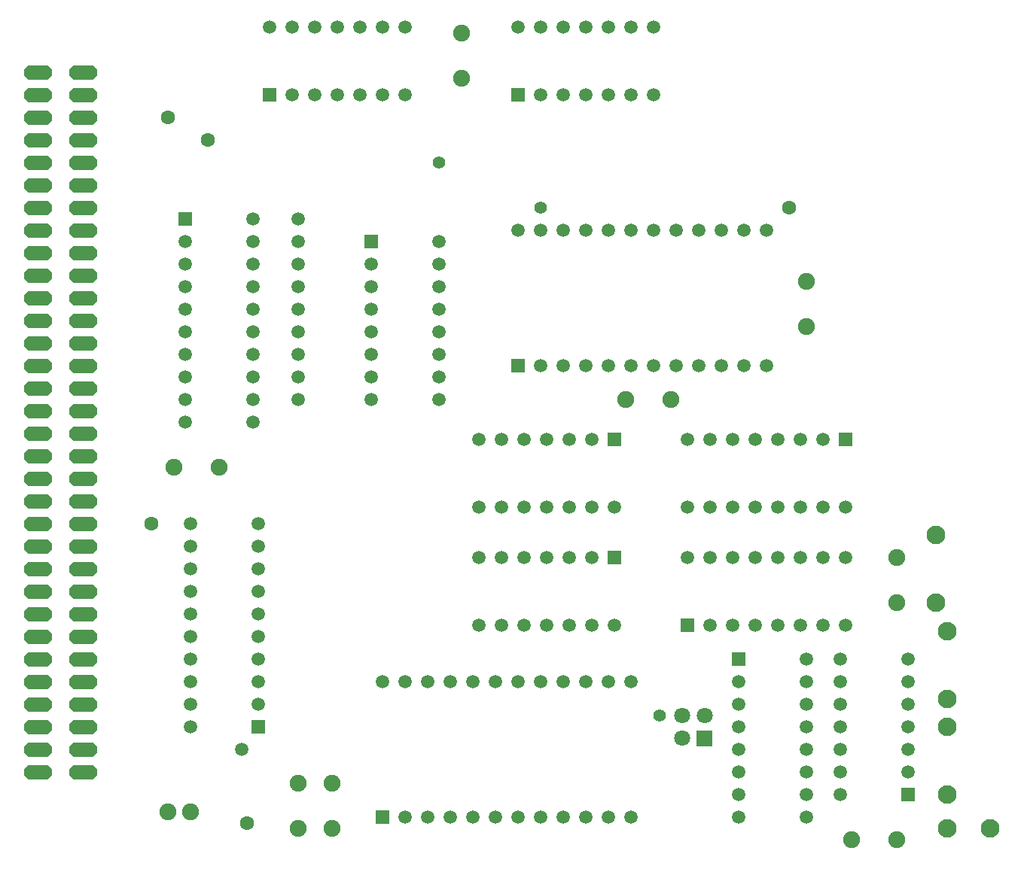
<source format=gbr>
%FSLAX34Y34*%
%MOMM*%
%LNSOLDERMASK_TOP*%
G71*
G01*
%ADD10C,1.500*%
%ADD11C,1.500*%
%ADD12C,2.100*%
%ADD13C,1.800*%
%ADD14C,1.900*%
%ADD15C,1.600*%
%ADD16C,1.400*%
%LPD*%
G36*
X67050Y854220D02*
X71730Y858900D01*
X93370Y858900D01*
X98050Y854220D01*
X98050Y847580D01*
X93370Y842900D01*
X71730Y842900D01*
X67050Y847580D01*
X67050Y854220D01*
G37*
G36*
X117850Y854220D02*
X122530Y858900D01*
X144170Y858900D01*
X148850Y854220D01*
X148850Y847580D01*
X144170Y842900D01*
X122530Y842900D01*
X117850Y847580D01*
X117850Y854220D01*
G37*
G36*
X67050Y828820D02*
X71730Y833500D01*
X93370Y833500D01*
X98050Y828820D01*
X98050Y822180D01*
X93370Y817500D01*
X71730Y817500D01*
X67050Y822180D01*
X67050Y828820D01*
G37*
G36*
X117850Y828820D02*
X122530Y833500D01*
X144170Y833500D01*
X148850Y828820D01*
X148850Y822180D01*
X144170Y817500D01*
X122530Y817500D01*
X117850Y822180D01*
X117850Y828820D01*
G37*
G36*
X67050Y803420D02*
X71730Y808100D01*
X93370Y808100D01*
X98050Y803420D01*
X98050Y796780D01*
X93370Y792100D01*
X71730Y792100D01*
X67050Y796780D01*
X67050Y803420D01*
G37*
G36*
X117850Y803420D02*
X122530Y808100D01*
X144170Y808100D01*
X148850Y803420D01*
X148850Y796780D01*
X144170Y792100D01*
X122530Y792100D01*
X117850Y796780D01*
X117850Y803420D01*
G37*
G36*
X67050Y778020D02*
X71730Y782700D01*
X93370Y782700D01*
X98050Y778020D01*
X98050Y771380D01*
X93370Y766700D01*
X71730Y766700D01*
X67050Y771380D01*
X67050Y778020D01*
G37*
G36*
X117850Y778020D02*
X122530Y782700D01*
X144170Y782700D01*
X148850Y778020D01*
X148850Y771380D01*
X144170Y766700D01*
X122530Y766700D01*
X117850Y771380D01*
X117850Y778020D01*
G37*
G36*
X67050Y752620D02*
X71730Y757300D01*
X93370Y757300D01*
X98050Y752620D01*
X98050Y745980D01*
X93370Y741300D01*
X71730Y741300D01*
X67050Y745980D01*
X67050Y752620D01*
G37*
G36*
X117850Y752620D02*
X122530Y757300D01*
X144170Y757300D01*
X148850Y752620D01*
X148850Y745980D01*
X144170Y741300D01*
X122530Y741300D01*
X117850Y745980D01*
X117850Y752620D01*
G37*
G36*
X67050Y727220D02*
X71730Y731900D01*
X93370Y731900D01*
X98050Y727220D01*
X98050Y720580D01*
X93370Y715900D01*
X71730Y715900D01*
X67050Y720580D01*
X67050Y727220D01*
G37*
G36*
X117850Y727220D02*
X122530Y731900D01*
X144170Y731900D01*
X148850Y727220D01*
X148850Y720580D01*
X144170Y715900D01*
X122530Y715900D01*
X117850Y720580D01*
X117850Y727220D01*
G37*
G36*
X67050Y701820D02*
X71730Y706500D01*
X93370Y706500D01*
X98050Y701820D01*
X98050Y695180D01*
X93370Y690500D01*
X71730Y690500D01*
X67050Y695180D01*
X67050Y701820D01*
G37*
G36*
X117850Y701820D02*
X122530Y706500D01*
X144170Y706500D01*
X148850Y701820D01*
X148850Y695180D01*
X144170Y690500D01*
X122530Y690500D01*
X117850Y695180D01*
X117850Y701820D01*
G37*
G36*
X67050Y676420D02*
X71730Y681100D01*
X93370Y681100D01*
X98050Y676420D01*
X98050Y669780D01*
X93370Y665100D01*
X71730Y665100D01*
X67050Y669780D01*
X67050Y676420D01*
G37*
G36*
X117850Y676420D02*
X122530Y681100D01*
X144170Y681100D01*
X148850Y676420D01*
X148850Y669780D01*
X144170Y665100D01*
X122530Y665100D01*
X117850Y669780D01*
X117850Y676420D01*
G37*
G36*
X67050Y651020D02*
X71730Y655700D01*
X93370Y655700D01*
X98050Y651020D01*
X98050Y644380D01*
X93370Y639700D01*
X71730Y639700D01*
X67050Y644380D01*
X67050Y651020D01*
G37*
G36*
X117850Y651020D02*
X122530Y655700D01*
X144170Y655700D01*
X148850Y651020D01*
X148850Y644380D01*
X144170Y639700D01*
X122530Y639700D01*
X117850Y644380D01*
X117850Y651020D01*
G37*
G36*
X67050Y625620D02*
X71730Y630300D01*
X93370Y630300D01*
X98050Y625620D01*
X98050Y618980D01*
X93370Y614300D01*
X71730Y614300D01*
X67050Y618980D01*
X67050Y625620D01*
G37*
G36*
X117850Y625620D02*
X122530Y630300D01*
X144170Y630300D01*
X148850Y625620D01*
X148850Y618980D01*
X144170Y614300D01*
X122530Y614300D01*
X117850Y618980D01*
X117850Y625620D01*
G37*
G36*
X67050Y600220D02*
X71730Y604900D01*
X93370Y604900D01*
X98050Y600220D01*
X98050Y593580D01*
X93370Y588900D01*
X71730Y588900D01*
X67050Y593580D01*
X67050Y600220D01*
G37*
G36*
X117850Y600220D02*
X122530Y604900D01*
X144170Y604900D01*
X148850Y600220D01*
X148850Y593580D01*
X144170Y588900D01*
X122530Y588900D01*
X117850Y593580D01*
X117850Y600220D01*
G37*
G36*
X67050Y574820D02*
X71730Y579500D01*
X93370Y579500D01*
X98050Y574820D01*
X98050Y568180D01*
X93370Y563500D01*
X71730Y563500D01*
X67050Y568180D01*
X67050Y574820D01*
G37*
G36*
X117850Y574820D02*
X122530Y579500D01*
X144170Y579500D01*
X148850Y574820D01*
X148850Y568180D01*
X144170Y563500D01*
X122530Y563500D01*
X117850Y568180D01*
X117850Y574820D01*
G37*
G36*
X67050Y549420D02*
X71730Y554100D01*
X93370Y554100D01*
X98050Y549420D01*
X98050Y542780D01*
X93370Y538100D01*
X71730Y538100D01*
X67050Y542780D01*
X67050Y549420D01*
G37*
G36*
X117850Y549420D02*
X122530Y554100D01*
X144170Y554100D01*
X148850Y549420D01*
X148850Y542780D01*
X144170Y538100D01*
X122530Y538100D01*
X117850Y542780D01*
X117850Y549420D01*
G37*
G36*
X67050Y524020D02*
X71730Y528700D01*
X93370Y528700D01*
X98050Y524020D01*
X98050Y517380D01*
X93370Y512700D01*
X71730Y512700D01*
X67050Y517380D01*
X67050Y524020D01*
G37*
G36*
X117850Y524020D02*
X122530Y528700D01*
X144170Y528700D01*
X148850Y524020D01*
X148850Y517380D01*
X144170Y512700D01*
X122530Y512700D01*
X117850Y517380D01*
X117850Y524020D01*
G37*
G36*
X67050Y498620D02*
X71730Y503300D01*
X93370Y503300D01*
X98050Y498620D01*
X98050Y491980D01*
X93370Y487300D01*
X71730Y487300D01*
X67050Y491980D01*
X67050Y498620D01*
G37*
G36*
X117850Y498620D02*
X122530Y503300D01*
X144170Y503300D01*
X148850Y498620D01*
X148850Y491980D01*
X144170Y487300D01*
X122530Y487300D01*
X117850Y491980D01*
X117850Y498620D01*
G37*
G36*
X67050Y473220D02*
X71730Y477900D01*
X93370Y477900D01*
X98050Y473220D01*
X98050Y466580D01*
X93370Y461900D01*
X71730Y461900D01*
X67050Y466580D01*
X67050Y473220D01*
G37*
G36*
X117850Y473220D02*
X122530Y477900D01*
X144170Y477900D01*
X148850Y473220D01*
X148850Y466580D01*
X144170Y461900D01*
X122530Y461900D01*
X117850Y466580D01*
X117850Y473220D01*
G37*
G36*
X67050Y447820D02*
X71730Y452500D01*
X93370Y452500D01*
X98050Y447820D01*
X98050Y441180D01*
X93370Y436500D01*
X71730Y436500D01*
X67050Y441180D01*
X67050Y447820D01*
G37*
G36*
X117850Y447820D02*
X122530Y452500D01*
X144170Y452500D01*
X148850Y447820D01*
X148850Y441180D01*
X144170Y436500D01*
X122530Y436500D01*
X117850Y441180D01*
X117850Y447820D01*
G37*
G36*
X67050Y422420D02*
X71730Y427100D01*
X93370Y427100D01*
X98050Y422420D01*
X98050Y415780D01*
X93370Y411100D01*
X71730Y411100D01*
X67050Y415780D01*
X67050Y422420D01*
G37*
G36*
X117850Y422420D02*
X122530Y427100D01*
X144170Y427100D01*
X148850Y422420D01*
X148850Y415780D01*
X144170Y411100D01*
X122530Y411100D01*
X117850Y415780D01*
X117850Y422420D01*
G37*
G36*
X67050Y397020D02*
X71730Y401700D01*
X93370Y401700D01*
X98050Y397020D01*
X98050Y390380D01*
X93370Y385700D01*
X71730Y385700D01*
X67050Y390380D01*
X67050Y397020D01*
G37*
G36*
X117850Y397020D02*
X122530Y401700D01*
X144170Y401700D01*
X148850Y397020D01*
X148850Y390380D01*
X144170Y385700D01*
X122530Y385700D01*
X117850Y390380D01*
X117850Y397020D01*
G37*
G36*
X67050Y371620D02*
X71730Y376300D01*
X93370Y376300D01*
X98050Y371620D01*
X98050Y364980D01*
X93370Y360300D01*
X71730Y360300D01*
X67050Y364980D01*
X67050Y371620D01*
G37*
G36*
X117850Y371620D02*
X122530Y376300D01*
X144170Y376300D01*
X148850Y371620D01*
X148850Y364980D01*
X144170Y360300D01*
X122530Y360300D01*
X117850Y364980D01*
X117850Y371620D01*
G37*
G36*
X67050Y346220D02*
X71730Y350900D01*
X93370Y350900D01*
X98050Y346220D01*
X98050Y339580D01*
X93370Y334900D01*
X71730Y334900D01*
X67050Y339580D01*
X67050Y346220D01*
G37*
G36*
X117850Y346220D02*
X122530Y350900D01*
X144170Y350900D01*
X148850Y346220D01*
X148850Y339580D01*
X144170Y334900D01*
X122530Y334900D01*
X117850Y339580D01*
X117850Y346220D01*
G37*
G36*
X67050Y320820D02*
X71730Y325500D01*
X93370Y325500D01*
X98050Y320820D01*
X98050Y314180D01*
X93370Y309500D01*
X71730Y309500D01*
X67050Y314180D01*
X67050Y320820D01*
G37*
G36*
X117850Y320820D02*
X122530Y325500D01*
X144170Y325500D01*
X148850Y320820D01*
X148850Y314180D01*
X144170Y309500D01*
X122530Y309500D01*
X117850Y314180D01*
X117850Y320820D01*
G37*
G36*
X67050Y295420D02*
X71730Y300100D01*
X93370Y300100D01*
X98050Y295420D01*
X98050Y288780D01*
X93370Y284100D01*
X71730Y284100D01*
X67050Y288780D01*
X67050Y295420D01*
G37*
G36*
X117850Y295420D02*
X122530Y300100D01*
X144170Y300100D01*
X148850Y295420D01*
X148850Y288780D01*
X144170Y284100D01*
X122530Y284100D01*
X117850Y288780D01*
X117850Y295420D01*
G37*
G36*
X67050Y270020D02*
X71730Y274700D01*
X93370Y274700D01*
X98050Y270020D01*
X98050Y263380D01*
X93370Y258700D01*
X71730Y258700D01*
X67050Y263380D01*
X67050Y270020D01*
G37*
G36*
X117850Y270020D02*
X122530Y274700D01*
X144170Y274700D01*
X148850Y270020D01*
X148850Y263380D01*
X144170Y258700D01*
X122530Y258700D01*
X117850Y263380D01*
X117850Y270020D01*
G37*
G36*
X67050Y244620D02*
X71730Y249300D01*
X93370Y249300D01*
X98050Y244620D01*
X98050Y237980D01*
X93370Y233300D01*
X71730Y233300D01*
X67050Y237980D01*
X67050Y244620D01*
G37*
G36*
X117850Y244620D02*
X122530Y249300D01*
X144170Y249300D01*
X148850Y244620D01*
X148850Y237980D01*
X144170Y233300D01*
X122530Y233300D01*
X117850Y237980D01*
X117850Y244620D01*
G37*
G36*
X67050Y219220D02*
X71730Y223900D01*
X93370Y223900D01*
X98050Y219220D01*
X98050Y212580D01*
X93370Y207900D01*
X71730Y207900D01*
X67050Y212580D01*
X67050Y219220D01*
G37*
G36*
X117850Y219220D02*
X122530Y223900D01*
X144170Y223900D01*
X148850Y219220D01*
X148850Y212580D01*
X144170Y207900D01*
X122530Y207900D01*
X117850Y212580D01*
X117850Y219220D01*
G37*
G36*
X67050Y193820D02*
X71730Y198500D01*
X93370Y198500D01*
X98050Y193820D01*
X98050Y187180D01*
X93370Y182500D01*
X71730Y182500D01*
X67050Y187180D01*
X67050Y193820D01*
G37*
G36*
X117850Y193820D02*
X122530Y198500D01*
X144170Y198500D01*
X148850Y193820D01*
X148850Y187180D01*
X144170Y182500D01*
X122530Y182500D01*
X117850Y187180D01*
X117850Y193820D01*
G37*
G36*
X67050Y168420D02*
X71730Y173100D01*
X93370Y173100D01*
X98050Y168420D01*
X98050Y161780D01*
X93370Y157100D01*
X71730Y157100D01*
X67050Y161780D01*
X67050Y168420D01*
G37*
G36*
X117850Y168420D02*
X122530Y173100D01*
X144170Y173100D01*
X148850Y168420D01*
X148850Y161780D01*
X144170Y157100D01*
X122530Y157100D01*
X117850Y161780D01*
X117850Y168420D01*
G37*
G36*
X67050Y143020D02*
X71730Y147700D01*
X93370Y147700D01*
X98050Y143020D01*
X98050Y136380D01*
X93370Y131700D01*
X71730Y131700D01*
X67050Y136380D01*
X67050Y143020D01*
G37*
G36*
X117850Y143020D02*
X122530Y147700D01*
X144170Y147700D01*
X148850Y143020D01*
X148850Y136380D01*
X144170Y131700D01*
X122530Y131700D01*
X117850Y136380D01*
X117850Y143020D01*
G37*
G36*
X67050Y117620D02*
X71730Y122300D01*
X93370Y122300D01*
X98050Y117620D01*
X98050Y110980D01*
X93370Y106300D01*
X71730Y106300D01*
X67050Y110980D01*
X67050Y117620D01*
G37*
G36*
X117850Y117620D02*
X122530Y122300D01*
X144170Y122300D01*
X148850Y117620D01*
X148850Y110980D01*
X144170Y106300D01*
X122530Y106300D01*
X117850Y110980D01*
X117850Y117620D01*
G37*
G36*
X67050Y92220D02*
X71730Y96900D01*
X93370Y96900D01*
X98050Y92220D01*
X98050Y85580D01*
X93370Y80900D01*
X71730Y80900D01*
X67050Y85580D01*
X67050Y92220D01*
G37*
G36*
X117850Y92220D02*
X122530Y96900D01*
X144170Y96900D01*
X148850Y92220D01*
X148850Y85580D01*
X144170Y80900D01*
X122530Y80900D01*
X117850Y85580D01*
X117850Y92220D01*
G37*
G36*
X67050Y66820D02*
X71730Y71500D01*
X93370Y71500D01*
X98050Y66820D01*
X98050Y60180D01*
X93370Y55500D01*
X71730Y55500D01*
X67050Y60180D01*
X67050Y66820D01*
G37*
G36*
X117850Y66820D02*
X122530Y71500D01*
X144170Y71500D01*
X148850Y66820D01*
X148850Y60180D01*
X144170Y55500D01*
X122530Y55500D01*
X117850Y60180D01*
X117850Y66820D01*
G37*
G36*
X255150Y693300D02*
X255150Y678300D01*
X240150Y678300D01*
X240150Y693300D01*
X255150Y693300D01*
G37*
X247650Y660400D02*
G54D10*
D03*
X247650Y635000D02*
G54D10*
D03*
X247650Y609600D02*
G54D10*
D03*
X247650Y584200D02*
G54D10*
D03*
X247650Y558800D02*
G54D10*
D03*
X247650Y533400D02*
G54D10*
D03*
X247650Y508000D02*
G54D10*
D03*
X247650Y482600D02*
G54D10*
D03*
X247650Y457200D02*
G54D10*
D03*
X323850Y457200D02*
G54D10*
D03*
X323850Y482600D02*
G54D10*
D03*
X323850Y508000D02*
G54D10*
D03*
X323850Y533400D02*
G54D10*
D03*
X323850Y558800D02*
G54D10*
D03*
X323850Y584200D02*
G54D10*
D03*
X323850Y609600D02*
G54D10*
D03*
X323850Y635000D02*
G54D10*
D03*
X323850Y660400D02*
G54D10*
D03*
X323850Y685800D02*
G54D10*
D03*
X374650Y508000D02*
G54D11*
D03*
X374650Y533400D02*
G54D11*
D03*
X374650Y558800D02*
G54D11*
D03*
X374650Y584200D02*
G54D11*
D03*
X374650Y609600D02*
G54D11*
D03*
X374650Y635000D02*
G54D11*
D03*
X374650Y660400D02*
G54D11*
D03*
X374650Y685800D02*
G54D11*
D03*
X374650Y482600D02*
G54D11*
D03*
G36*
X335400Y833000D02*
X350400Y833000D01*
X350400Y818000D01*
X335400Y818000D01*
X335400Y833000D01*
G37*
X368300Y825500D02*
G54D10*
D03*
X393700Y825500D02*
G54D10*
D03*
X419100Y825500D02*
G54D10*
D03*
X444500Y825500D02*
G54D10*
D03*
X469900Y825500D02*
G54D10*
D03*
X495300Y825500D02*
G54D10*
D03*
X495300Y901700D02*
G54D10*
D03*
X469900Y901700D02*
G54D10*
D03*
X444500Y901700D02*
G54D10*
D03*
X419100Y901700D02*
G54D10*
D03*
X393700Y901700D02*
G54D10*
D03*
X368300Y901700D02*
G54D10*
D03*
X342900Y901700D02*
G54D10*
D03*
G36*
X614800Y528200D02*
X629800Y528200D01*
X629800Y513200D01*
X614800Y513200D01*
X614800Y528200D01*
G37*
X647700Y520700D02*
G54D10*
D03*
X673100Y520700D02*
G54D10*
D03*
X698500Y520700D02*
G54D10*
D03*
X723900Y520700D02*
G54D10*
D03*
X749300Y520700D02*
G54D10*
D03*
X774700Y520700D02*
G54D10*
D03*
X800100Y520700D02*
G54D10*
D03*
X825500Y520700D02*
G54D10*
D03*
X850900Y520700D02*
G54D10*
D03*
X876300Y520700D02*
G54D10*
D03*
X901700Y520700D02*
G54D10*
D03*
X901700Y673100D02*
G54D10*
D03*
X876300Y673100D02*
G54D10*
D03*
X850900Y673100D02*
G54D10*
D03*
X825500Y673100D02*
G54D10*
D03*
X800100Y673100D02*
G54D10*
D03*
X774700Y673100D02*
G54D10*
D03*
X749300Y673100D02*
G54D10*
D03*
X723900Y673100D02*
G54D10*
D03*
X698500Y673100D02*
G54D10*
D03*
X673100Y673100D02*
G54D10*
D03*
X647700Y673100D02*
G54D10*
D03*
X622300Y673100D02*
G54D10*
D03*
G36*
X614800Y833000D02*
X629800Y833000D01*
X629800Y818000D01*
X614800Y818000D01*
X614800Y833000D01*
G37*
X647700Y825500D02*
G54D10*
D03*
X673100Y825500D02*
G54D10*
D03*
X698500Y825500D02*
G54D10*
D03*
X723900Y825500D02*
G54D10*
D03*
X749300Y825500D02*
G54D10*
D03*
X774700Y825500D02*
G54D10*
D03*
X774700Y901700D02*
G54D10*
D03*
X749300Y901700D02*
G54D10*
D03*
X723900Y901700D02*
G54D10*
D03*
X698500Y901700D02*
G54D10*
D03*
X673100Y901700D02*
G54D10*
D03*
X647700Y901700D02*
G54D10*
D03*
X622300Y901700D02*
G54D10*
D03*
G36*
X322700Y106800D02*
X322700Y121800D01*
X337700Y121800D01*
X337700Y106800D01*
X322700Y106800D01*
G37*
X330200Y139700D02*
G54D10*
D03*
X330200Y165100D02*
G54D10*
D03*
X330200Y190500D02*
G54D10*
D03*
X330200Y215900D02*
G54D10*
D03*
X330200Y241300D02*
G54D10*
D03*
X330200Y266700D02*
G54D10*
D03*
X330200Y292100D02*
G54D10*
D03*
X330200Y317500D02*
G54D10*
D03*
X330200Y342900D02*
G54D10*
D03*
X254000Y342900D02*
G54D10*
D03*
X254000Y317500D02*
G54D10*
D03*
X254000Y292100D02*
G54D10*
D03*
X254000Y266700D02*
G54D10*
D03*
X254000Y241300D02*
G54D10*
D03*
X254000Y215900D02*
G54D10*
D03*
X254000Y190500D02*
G54D10*
D03*
X254000Y165100D02*
G54D10*
D03*
X254000Y139700D02*
G54D10*
D03*
X254000Y114300D02*
G54D10*
D03*
G36*
X1052950Y30600D02*
X1052950Y45600D01*
X1067950Y45600D01*
X1067950Y30600D01*
X1052950Y30600D01*
G37*
X1060450Y63500D02*
G54D10*
D03*
X1060450Y88900D02*
G54D10*
D03*
X1060450Y114300D02*
G54D10*
D03*
X1060450Y139700D02*
G54D10*
D03*
X1060450Y165100D02*
G54D10*
D03*
X1060450Y190500D02*
G54D10*
D03*
X984250Y190500D02*
G54D10*
D03*
X984250Y165100D02*
G54D10*
D03*
X984250Y139700D02*
G54D10*
D03*
X984250Y114300D02*
G54D10*
D03*
X984250Y88900D02*
G54D10*
D03*
X984250Y63500D02*
G54D10*
D03*
X984250Y38100D02*
G54D10*
D03*
X1104900Y38100D02*
G54D12*
D03*
X1104900Y114300D02*
G54D12*
D03*
X1104900Y146050D02*
G54D12*
D03*
X1104900Y222250D02*
G54D12*
D03*
X1104900Y0D02*
G54D12*
D03*
X1153300Y0D02*
G54D12*
D03*
G36*
X877450Y198000D02*
X877450Y183000D01*
X862450Y183000D01*
X862450Y198000D01*
X877450Y198000D01*
G37*
X869950Y165100D02*
G54D10*
D03*
X869950Y139700D02*
G54D10*
D03*
X869950Y114300D02*
G54D10*
D03*
X869950Y88900D02*
G54D10*
D03*
X869950Y63500D02*
G54D10*
D03*
X869950Y38100D02*
G54D10*
D03*
X869950Y12700D02*
G54D10*
D03*
X946150Y12700D02*
G54D10*
D03*
X946150Y38100D02*
G54D10*
D03*
X946150Y63500D02*
G54D10*
D03*
X946150Y88900D02*
G54D10*
D03*
X946150Y114300D02*
G54D10*
D03*
X946150Y139700D02*
G54D10*
D03*
X946150Y165100D02*
G54D10*
D03*
X946150Y190500D02*
G54D10*
D03*
G36*
X822850Y92600D02*
X822850Y110600D01*
X840850Y110600D01*
X840850Y92600D01*
X822850Y92600D01*
G37*
X806450Y101600D02*
G54D13*
D03*
X831850Y127000D02*
G54D13*
D03*
X806450Y127000D02*
G54D13*
D03*
G36*
X737750Y430650D02*
X722750Y430650D01*
X722750Y445650D01*
X737750Y445650D01*
X737750Y430650D01*
G37*
X704850Y438150D02*
G54D10*
D03*
X679450Y438150D02*
G54D10*
D03*
X654050Y438150D02*
G54D10*
D03*
X628650Y438150D02*
G54D10*
D03*
X603250Y438150D02*
G54D10*
D03*
X577850Y438150D02*
G54D10*
D03*
X577850Y361950D02*
G54D10*
D03*
X603250Y361950D02*
G54D10*
D03*
X628650Y361950D02*
G54D10*
D03*
X654050Y361950D02*
G54D10*
D03*
X679450Y361950D02*
G54D10*
D03*
X704850Y361950D02*
G54D10*
D03*
X730250Y361950D02*
G54D10*
D03*
G36*
X998100Y430650D02*
X983100Y430650D01*
X983100Y445650D01*
X998100Y445650D01*
X998100Y430650D01*
G37*
X965200Y438150D02*
G54D10*
D03*
X939800Y438150D02*
G54D10*
D03*
X914400Y438150D02*
G54D10*
D03*
X889000Y438150D02*
G54D10*
D03*
X863600Y438150D02*
G54D10*
D03*
X838200Y438150D02*
G54D10*
D03*
X812800Y438150D02*
G54D10*
D03*
X812800Y361950D02*
G54D10*
D03*
X838200Y361950D02*
G54D10*
D03*
X863600Y361950D02*
G54D10*
D03*
X889000Y361950D02*
G54D10*
D03*
X914400Y361950D02*
G54D10*
D03*
X939800Y361950D02*
G54D10*
D03*
X965200Y361950D02*
G54D10*
D03*
X990600Y361950D02*
G54D10*
D03*
G36*
X737750Y297300D02*
X722750Y297300D01*
X722750Y312300D01*
X737750Y312300D01*
X737750Y297300D01*
G37*
X704850Y304800D02*
G54D10*
D03*
X679450Y304800D02*
G54D10*
D03*
X654050Y304800D02*
G54D10*
D03*
X628650Y304800D02*
G54D10*
D03*
X603250Y304800D02*
G54D10*
D03*
X577850Y304800D02*
G54D10*
D03*
X577850Y228600D02*
G54D10*
D03*
X603250Y228600D02*
G54D10*
D03*
X628650Y228600D02*
G54D10*
D03*
X654050Y228600D02*
G54D10*
D03*
X679450Y228600D02*
G54D10*
D03*
X704850Y228600D02*
G54D10*
D03*
X730250Y228600D02*
G54D10*
D03*
G36*
X805300Y236100D02*
X820300Y236100D01*
X820300Y221100D01*
X805300Y221100D01*
X805300Y236100D01*
G37*
X838200Y228600D02*
G54D10*
D03*
X863600Y228600D02*
G54D10*
D03*
X889000Y228600D02*
G54D10*
D03*
X914400Y228600D02*
G54D10*
D03*
X939800Y228600D02*
G54D10*
D03*
X965200Y228600D02*
G54D10*
D03*
X990600Y228600D02*
G54D10*
D03*
X990600Y304800D02*
G54D10*
D03*
X965200Y304800D02*
G54D10*
D03*
X939800Y304800D02*
G54D10*
D03*
X914400Y304800D02*
G54D10*
D03*
X889000Y304800D02*
G54D10*
D03*
X863600Y304800D02*
G54D10*
D03*
X838200Y304800D02*
G54D10*
D03*
X812800Y304800D02*
G54D10*
D03*
X1047750Y304800D02*
G54D14*
D03*
X1047750Y254000D02*
G54D14*
D03*
X1092200Y254000D02*
G54D12*
D03*
X1092200Y330200D02*
G54D12*
D03*
G36*
X462400Y20200D02*
X477400Y20200D01*
X477400Y5200D01*
X462400Y5200D01*
X462400Y20200D01*
G37*
X495300Y12700D02*
G54D10*
D03*
X520700Y12700D02*
G54D10*
D03*
X546100Y12700D02*
G54D10*
D03*
X571500Y12700D02*
G54D10*
D03*
X596900Y12700D02*
G54D10*
D03*
X622300Y12700D02*
G54D10*
D03*
X647700Y12700D02*
G54D10*
D03*
X673100Y12700D02*
G54D10*
D03*
X698500Y12700D02*
G54D10*
D03*
X723900Y12700D02*
G54D10*
D03*
X749300Y12700D02*
G54D10*
D03*
X749300Y165100D02*
G54D10*
D03*
X723900Y165100D02*
G54D10*
D03*
X698500Y165100D02*
G54D10*
D03*
X673100Y165100D02*
G54D10*
D03*
X647700Y165100D02*
G54D10*
D03*
X622300Y165100D02*
G54D10*
D03*
X596900Y165100D02*
G54D10*
D03*
X571500Y165100D02*
G54D10*
D03*
X546100Y165100D02*
G54D10*
D03*
X520700Y165100D02*
G54D10*
D03*
X495300Y165100D02*
G54D10*
D03*
X469900Y165100D02*
G54D10*
D03*
X1047750Y-12700D02*
G54D14*
D03*
X996950Y-12700D02*
G54D14*
D03*
X209550Y342900D02*
G54D15*
D03*
X558800Y895350D02*
G54D14*
D03*
X558800Y844550D02*
G54D14*
D03*
X927100Y698500D02*
G54D15*
D03*
X946150Y615950D02*
G54D14*
D03*
X946150Y565150D02*
G54D14*
D03*
X285750Y406400D02*
G54D14*
D03*
X234950Y406400D02*
G54D14*
D03*
X793750Y482600D02*
G54D14*
D03*
X742950Y482600D02*
G54D14*
D03*
X311150Y88900D02*
G54D11*
D03*
X412750Y0D02*
G54D14*
D03*
X412750Y50800D02*
G54D14*
D03*
X647700Y698500D02*
G54D16*
D03*
X228600Y19050D02*
G54D14*
D03*
X254000Y19050D02*
G54D14*
D03*
X533400Y749300D02*
G54D16*
D03*
X317500Y6350D02*
G54D15*
D03*
X228600Y800100D02*
G54D15*
D03*
X273050Y774700D02*
G54D15*
D03*
X781050Y127000D02*
G54D16*
D03*
G36*
X464700Y667900D02*
X464700Y652900D01*
X449700Y652900D01*
X449700Y667900D01*
X464700Y667900D01*
G37*
X457200Y635000D02*
G54D10*
D03*
X457200Y609600D02*
G54D10*
D03*
X457200Y584200D02*
G54D10*
D03*
X457200Y558800D02*
G54D10*
D03*
X457200Y533400D02*
G54D10*
D03*
X457200Y508000D02*
G54D10*
D03*
X457200Y482600D02*
G54D10*
D03*
X533400Y482600D02*
G54D10*
D03*
X533400Y508000D02*
G54D10*
D03*
X533400Y533400D02*
G54D10*
D03*
X533400Y558800D02*
G54D10*
D03*
X533400Y584200D02*
G54D10*
D03*
X533400Y609600D02*
G54D10*
D03*
X533400Y635000D02*
G54D10*
D03*
X533400Y660400D02*
G54D10*
D03*
X374650Y0D02*
G54D14*
D03*
X374650Y50800D02*
G54D14*
D03*
M02*

</source>
